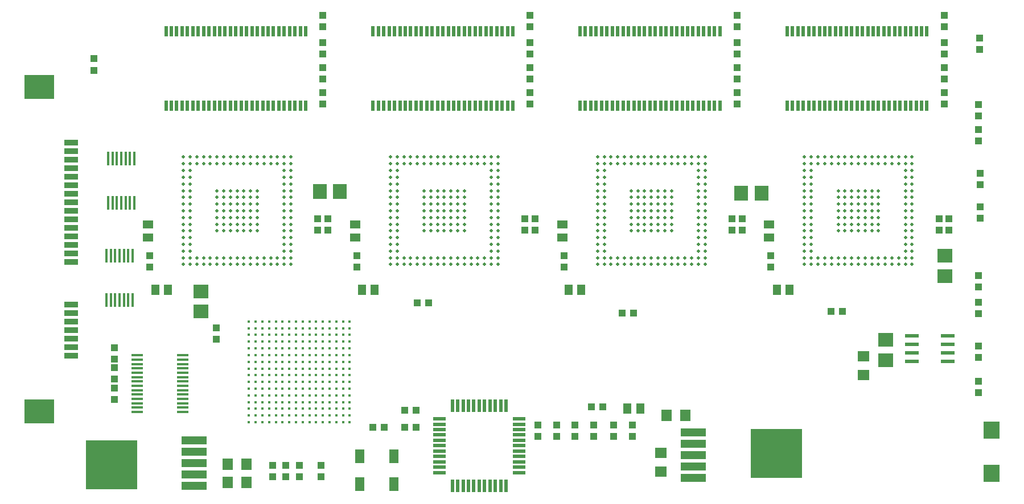
<source format=gtp>
%FSLAX24Y24*%
%MOIN*%
G70*
G01*
G75*
G04 Layer_Color=8421504*
G04 Layer_Color=8421504*
%ADD10C,0.0400*%
%ADD11R,0.0866X0.0787*%
%ADD12R,0.0787X0.0866*%
%ADD13R,0.0945X0.1024*%
%ADD14R,0.0630X0.0709*%
%ADD15R,0.0709X0.0630*%
%ADD16R,0.1500X0.0500*%
%ADD17C,0.0177*%
%ADD18R,0.0433X0.0394*%
%ADD19R,0.0394X0.0433*%
%ADD20R,0.0512X0.0630*%
%ADD21C,0.0197*%
%ADD22R,0.0669X0.0177*%
%ADD23R,0.0669X0.0177*%
%ADD24R,0.0197X0.0591*%
%ADD25R,0.0630X0.0512*%
%ADD26R,0.3000X0.2900*%
%ADD27R,0.0748X0.0197*%
%ADD28R,0.0197X0.0748*%
%ADD29R,0.0551X0.0787*%
%ADD30R,0.1732X0.1441*%
%ADD31R,0.0827X0.0354*%
%ADD32R,0.0827X0.0354*%
%ADD33R,0.0807X0.0236*%
%ADD34R,0.0157X0.0846*%
%ADD35C,0.0160*%
%ADD36C,0.0070*%
%ADD37C,0.0090*%
%ADD38C,0.0060*%
%ADD39C,0.0120*%
%ADD40C,0.0100*%
%ADD41C,0.0080*%
%ADD42C,0.0300*%
%ADD43C,0.0250*%
%ADD44R,0.0591X0.0591*%
%ADD45C,0.0591*%
%ADD46C,0.0800*%
%ADD47C,0.0600*%
%ADD48C,0.1732*%
%ADD49C,0.1732*%
%ADD50C,0.0200*%
%ADD51C,0.0212*%
%ADD52C,0.0240*%
%ADD53C,0.0350*%
%ADD54R,0.0276X0.0354*%
%ADD55R,0.0354X0.0276*%
%ADD56C,0.0140*%
%ADD57C,0.0098*%
%ADD58C,0.0079*%
%ADD59C,0.0200*%
%ADD60C,0.0050*%
D11*
X74134Y44606D02*
D03*
Y43425D02*
D03*
X30551Y42520D02*
D03*
Y41339D02*
D03*
X70669Y39665D02*
D03*
Y38484D02*
D03*
D12*
X63386Y48268D02*
D03*
X62205D02*
D03*
X37520Y48386D02*
D03*
X38701D02*
D03*
D13*
X76850Y34370D02*
D03*
Y31850D02*
D03*
D14*
X33228Y32382D02*
D03*
X32126D02*
D03*
X33228Y31299D02*
D03*
X32126D02*
D03*
X57815Y35236D02*
D03*
X58917D02*
D03*
D15*
X57480Y33031D02*
D03*
Y31929D02*
D03*
X69370Y37598D02*
D03*
Y38701D02*
D03*
D16*
X59404Y31572D02*
D03*
Y32242D02*
D03*
Y32912D02*
D03*
Y33582D02*
D03*
Y34252D02*
D03*
X30163Y33782D02*
D03*
Y33112D02*
D03*
Y32442D02*
D03*
Y31772D02*
D03*
Y31102D02*
D03*
D17*
X36516Y34843D02*
D03*
X36909D02*
D03*
X38484D02*
D03*
X38091D02*
D03*
X37697D02*
D03*
X33366Y40748D02*
D03*
Y40354D02*
D03*
Y39961D02*
D03*
Y39567D02*
D03*
Y39173D02*
D03*
Y38780D02*
D03*
Y38386D02*
D03*
Y37992D02*
D03*
Y37598D02*
D03*
Y37205D02*
D03*
Y36811D02*
D03*
Y36417D02*
D03*
Y36024D02*
D03*
Y35630D02*
D03*
Y35236D02*
D03*
Y34843D02*
D03*
X33760Y40748D02*
D03*
Y40354D02*
D03*
Y39961D02*
D03*
Y39567D02*
D03*
Y39173D02*
D03*
Y38780D02*
D03*
Y38386D02*
D03*
Y37992D02*
D03*
Y37598D02*
D03*
Y37205D02*
D03*
Y36811D02*
D03*
Y36417D02*
D03*
Y36024D02*
D03*
Y35630D02*
D03*
Y35236D02*
D03*
Y34843D02*
D03*
X34154Y40748D02*
D03*
Y40354D02*
D03*
Y39961D02*
D03*
Y39567D02*
D03*
Y39173D02*
D03*
Y38780D02*
D03*
Y38386D02*
D03*
Y37992D02*
D03*
Y37598D02*
D03*
Y37205D02*
D03*
Y36811D02*
D03*
Y36417D02*
D03*
Y36024D02*
D03*
Y35630D02*
D03*
Y35236D02*
D03*
Y34843D02*
D03*
X34547Y40748D02*
D03*
Y40354D02*
D03*
Y39961D02*
D03*
Y39567D02*
D03*
Y39173D02*
D03*
Y38780D02*
D03*
Y38386D02*
D03*
Y37992D02*
D03*
Y37598D02*
D03*
Y37205D02*
D03*
Y36811D02*
D03*
Y36417D02*
D03*
Y36024D02*
D03*
Y35630D02*
D03*
Y35236D02*
D03*
Y34843D02*
D03*
X34941Y40748D02*
D03*
Y40354D02*
D03*
Y39961D02*
D03*
Y39567D02*
D03*
Y39173D02*
D03*
Y38780D02*
D03*
Y38386D02*
D03*
Y37992D02*
D03*
Y37598D02*
D03*
Y37205D02*
D03*
Y36811D02*
D03*
Y36417D02*
D03*
Y36024D02*
D03*
Y35630D02*
D03*
Y35236D02*
D03*
Y34843D02*
D03*
X35335Y40748D02*
D03*
Y40354D02*
D03*
Y39961D02*
D03*
Y39567D02*
D03*
Y39173D02*
D03*
Y38780D02*
D03*
Y38386D02*
D03*
Y37992D02*
D03*
Y37598D02*
D03*
Y37205D02*
D03*
Y36811D02*
D03*
Y36417D02*
D03*
Y36024D02*
D03*
Y35630D02*
D03*
Y35236D02*
D03*
Y34843D02*
D03*
X35728Y40748D02*
D03*
Y40354D02*
D03*
Y39961D02*
D03*
Y39567D02*
D03*
Y39173D02*
D03*
Y38780D02*
D03*
Y38386D02*
D03*
Y37992D02*
D03*
Y37598D02*
D03*
Y37205D02*
D03*
Y36811D02*
D03*
Y36417D02*
D03*
Y36024D02*
D03*
Y35630D02*
D03*
Y35236D02*
D03*
Y34843D02*
D03*
X36122Y40748D02*
D03*
Y40354D02*
D03*
Y39961D02*
D03*
Y39567D02*
D03*
Y39173D02*
D03*
Y38780D02*
D03*
Y38386D02*
D03*
Y37992D02*
D03*
Y37598D02*
D03*
Y37205D02*
D03*
Y36811D02*
D03*
Y36417D02*
D03*
Y36024D02*
D03*
Y35630D02*
D03*
Y35236D02*
D03*
Y34843D02*
D03*
X36516Y40748D02*
D03*
Y40354D02*
D03*
Y39961D02*
D03*
Y39567D02*
D03*
Y39173D02*
D03*
Y38780D02*
D03*
Y38386D02*
D03*
Y37992D02*
D03*
Y37598D02*
D03*
Y37205D02*
D03*
Y36811D02*
D03*
Y36417D02*
D03*
Y36024D02*
D03*
Y35630D02*
D03*
Y35236D02*
D03*
X36909Y40748D02*
D03*
Y40354D02*
D03*
Y39961D02*
D03*
Y39567D02*
D03*
Y39173D02*
D03*
Y38780D02*
D03*
Y38386D02*
D03*
Y37992D02*
D03*
Y37598D02*
D03*
Y37205D02*
D03*
Y36811D02*
D03*
Y36417D02*
D03*
Y36024D02*
D03*
Y35630D02*
D03*
Y35236D02*
D03*
X37303Y40748D02*
D03*
Y40354D02*
D03*
Y39961D02*
D03*
Y39567D02*
D03*
Y39173D02*
D03*
Y38780D02*
D03*
Y38386D02*
D03*
Y37992D02*
D03*
Y37598D02*
D03*
Y37205D02*
D03*
Y36811D02*
D03*
Y36417D02*
D03*
Y36024D02*
D03*
Y35630D02*
D03*
Y35236D02*
D03*
Y34843D02*
D03*
X37697Y40748D02*
D03*
Y40354D02*
D03*
Y39961D02*
D03*
Y39567D02*
D03*
Y39173D02*
D03*
Y38780D02*
D03*
Y38386D02*
D03*
Y37992D02*
D03*
Y37598D02*
D03*
Y37205D02*
D03*
Y36811D02*
D03*
Y36417D02*
D03*
Y36024D02*
D03*
Y35630D02*
D03*
Y35236D02*
D03*
X38091Y40748D02*
D03*
Y40354D02*
D03*
Y39961D02*
D03*
Y39567D02*
D03*
Y39173D02*
D03*
Y38780D02*
D03*
Y38386D02*
D03*
Y37992D02*
D03*
Y37598D02*
D03*
Y37205D02*
D03*
Y36811D02*
D03*
Y36417D02*
D03*
Y36024D02*
D03*
Y35630D02*
D03*
Y35236D02*
D03*
X38484Y40748D02*
D03*
Y40354D02*
D03*
Y39961D02*
D03*
Y39567D02*
D03*
Y39173D02*
D03*
Y38780D02*
D03*
Y38386D02*
D03*
Y37992D02*
D03*
Y37598D02*
D03*
Y37205D02*
D03*
Y36811D02*
D03*
Y36417D02*
D03*
Y36024D02*
D03*
Y35630D02*
D03*
Y35236D02*
D03*
X38878Y40748D02*
D03*
Y40354D02*
D03*
Y39961D02*
D03*
Y39567D02*
D03*
Y39173D02*
D03*
Y38780D02*
D03*
Y38386D02*
D03*
Y37992D02*
D03*
Y37598D02*
D03*
Y37205D02*
D03*
Y36811D02*
D03*
Y36417D02*
D03*
Y36024D02*
D03*
Y35630D02*
D03*
Y35236D02*
D03*
Y34843D02*
D03*
X39272Y40748D02*
D03*
Y40354D02*
D03*
Y39961D02*
D03*
Y39567D02*
D03*
Y39173D02*
D03*
Y38780D02*
D03*
Y38386D02*
D03*
Y37992D02*
D03*
Y37598D02*
D03*
Y37205D02*
D03*
Y36811D02*
D03*
Y36417D02*
D03*
Y36024D02*
D03*
Y35630D02*
D03*
Y35236D02*
D03*
Y34843D02*
D03*
D18*
X53406Y35728D02*
D03*
X54075D02*
D03*
X43150Y35531D02*
D03*
X42480D02*
D03*
X43150Y34547D02*
D03*
X42480D02*
D03*
X41280D02*
D03*
X40610D02*
D03*
X67461Y41339D02*
D03*
X68130D02*
D03*
X55217Y41260D02*
D03*
X55886D02*
D03*
X43209Y41850D02*
D03*
X43878D02*
D03*
D19*
X34744Y32323D02*
D03*
Y31654D02*
D03*
X35531D02*
D03*
X36319D02*
D03*
X37598D02*
D03*
X76142Y57382D02*
D03*
Y56713D02*
D03*
X76083Y36575D02*
D03*
Y37244D02*
D03*
Y38642D02*
D03*
Y39311D02*
D03*
Y41201D02*
D03*
Y41870D02*
D03*
Y43445D02*
D03*
Y42776D02*
D03*
X76181Y46811D02*
D03*
Y47480D02*
D03*
Y48780D02*
D03*
Y49449D02*
D03*
X76083Y51339D02*
D03*
Y52008D02*
D03*
Y53484D02*
D03*
Y52815D02*
D03*
X55807Y34685D02*
D03*
Y34016D02*
D03*
X50295Y34016D02*
D03*
Y34685D02*
D03*
X52461Y34685D02*
D03*
Y34016D02*
D03*
X51378Y34685D02*
D03*
Y34016D02*
D03*
X53543Y34685D02*
D03*
Y34016D02*
D03*
X54724Y34016D02*
D03*
Y34685D02*
D03*
X35531Y32323D02*
D03*
X36319D02*
D03*
X37598D02*
D03*
X24291Y56161D02*
D03*
Y55492D02*
D03*
X25492Y39213D02*
D03*
Y38543D02*
D03*
Y38031D02*
D03*
Y37362D02*
D03*
Y36181D02*
D03*
Y36850D02*
D03*
X31457Y40374D02*
D03*
Y39705D02*
D03*
X74370Y46791D02*
D03*
Y46122D02*
D03*
X62244Y46791D02*
D03*
Y46122D02*
D03*
X50118Y46791D02*
D03*
Y46122D02*
D03*
X37992Y46791D02*
D03*
Y46122D02*
D03*
X63937Y43957D02*
D03*
Y44626D02*
D03*
X51811Y43957D02*
D03*
Y44626D02*
D03*
X39685Y43957D02*
D03*
Y44626D02*
D03*
X27559Y43957D02*
D03*
Y44626D02*
D03*
X74075Y58032D02*
D03*
Y58701D02*
D03*
X61949Y58032D02*
D03*
Y58701D02*
D03*
X49823Y58032D02*
D03*
Y58701D02*
D03*
X37697Y58032D02*
D03*
Y58701D02*
D03*
X74075Y54980D02*
D03*
Y55650D02*
D03*
X61949Y54980D02*
D03*
Y55650D02*
D03*
X49823Y54980D02*
D03*
Y55650D02*
D03*
X37697Y54980D02*
D03*
Y55650D02*
D03*
X74075Y56457D02*
D03*
Y57126D02*
D03*
X61949Y56457D02*
D03*
Y57126D02*
D03*
X49823Y56457D02*
D03*
Y57126D02*
D03*
X37697Y56457D02*
D03*
Y57126D02*
D03*
X74075Y53504D02*
D03*
Y54173D02*
D03*
X61949Y53504D02*
D03*
Y54173D02*
D03*
X49823Y53504D02*
D03*
Y54173D02*
D03*
X37697Y53504D02*
D03*
Y54173D02*
D03*
X73780Y46122D02*
D03*
Y46791D02*
D03*
X61654Y46122D02*
D03*
Y46791D02*
D03*
X49528Y46122D02*
D03*
Y46791D02*
D03*
X37402Y46122D02*
D03*
Y46791D02*
D03*
D20*
X55532Y35630D02*
D03*
X28622Y42618D02*
D03*
X65039D02*
D03*
X52835D02*
D03*
X40728D02*
D03*
X27874D02*
D03*
X64291D02*
D03*
X52087D02*
D03*
X39980D02*
D03*
X56280Y35630D02*
D03*
D21*
X35827Y44094D02*
D03*
X35433D02*
D03*
X35039D02*
D03*
X34646D02*
D03*
X34252D02*
D03*
X33858D02*
D03*
X33465D02*
D03*
X33071D02*
D03*
X32677D02*
D03*
X32283D02*
D03*
X31890D02*
D03*
X31496D02*
D03*
X31102D02*
D03*
X30709D02*
D03*
X30315D02*
D03*
X29921D02*
D03*
X29528D02*
D03*
X35827Y44488D02*
D03*
X35433D02*
D03*
X35039D02*
D03*
X34646D02*
D03*
X34252D02*
D03*
X33858D02*
D03*
X33465D02*
D03*
X33071D02*
D03*
X32677D02*
D03*
X32283D02*
D03*
X31890D02*
D03*
X31496D02*
D03*
X31102D02*
D03*
X30709D02*
D03*
X30315D02*
D03*
X29921D02*
D03*
X29528D02*
D03*
X35827Y44882D02*
D03*
X35433D02*
D03*
X29921D02*
D03*
X29528D02*
D03*
X35827Y45276D02*
D03*
X35433D02*
D03*
X29921D02*
D03*
X29528D02*
D03*
X35827Y45669D02*
D03*
X35433D02*
D03*
X29921D02*
D03*
X29528D02*
D03*
X35827Y46063D02*
D03*
X35433D02*
D03*
X29921D02*
D03*
X29528D02*
D03*
X35827Y46457D02*
D03*
X35433D02*
D03*
X29921D02*
D03*
X29528D02*
D03*
X35827Y46850D02*
D03*
X35433D02*
D03*
X29921D02*
D03*
X29528D02*
D03*
X35827Y47244D02*
D03*
X35433D02*
D03*
X29921D02*
D03*
X29528D02*
D03*
X35827Y47638D02*
D03*
X35433D02*
D03*
X29921D02*
D03*
X29528D02*
D03*
X35827Y48031D02*
D03*
X35433D02*
D03*
X29921D02*
D03*
X29528D02*
D03*
X35827Y48425D02*
D03*
X35433D02*
D03*
X29921D02*
D03*
X29528D02*
D03*
X35827Y48819D02*
D03*
X35433D02*
D03*
X29921D02*
D03*
X29528D02*
D03*
X35827Y49213D02*
D03*
X35433D02*
D03*
X29921D02*
D03*
X29528D02*
D03*
X35827Y49606D02*
D03*
X35433D02*
D03*
X29921D02*
D03*
X29528D02*
D03*
X35827Y50000D02*
D03*
X35433D02*
D03*
X35039D02*
D03*
X34646D02*
D03*
X34252D02*
D03*
X33858D02*
D03*
X33465D02*
D03*
X33071D02*
D03*
X32677D02*
D03*
X32283D02*
D03*
X31890D02*
D03*
X31496D02*
D03*
X31102D02*
D03*
X30709D02*
D03*
X30315D02*
D03*
X29921D02*
D03*
X29528D02*
D03*
X35827Y50394D02*
D03*
X35433D02*
D03*
X35039D02*
D03*
X34646D02*
D03*
X34252D02*
D03*
X33858D02*
D03*
X33465D02*
D03*
X33071D02*
D03*
X32677D02*
D03*
X32283D02*
D03*
X31890D02*
D03*
X31496D02*
D03*
X31102D02*
D03*
X30709D02*
D03*
X30315D02*
D03*
X29921D02*
D03*
X29528D02*
D03*
X31496Y48425D02*
D03*
X31890D02*
D03*
X32283D02*
D03*
X32677D02*
D03*
X33071D02*
D03*
X33465D02*
D03*
X33858D02*
D03*
X31496Y48031D02*
D03*
X31890D02*
D03*
X32283D02*
D03*
X32677D02*
D03*
X33071D02*
D03*
X33465D02*
D03*
X33858D02*
D03*
X31496Y47638D02*
D03*
X31890D02*
D03*
X32283D02*
D03*
X32677D02*
D03*
X33071D02*
D03*
X33465D02*
D03*
X33858D02*
D03*
X31496Y47244D02*
D03*
X31890D02*
D03*
X32283D02*
D03*
X32677D02*
D03*
X33071D02*
D03*
X33465D02*
D03*
X33858D02*
D03*
X31496Y46850D02*
D03*
X31890D02*
D03*
X32283D02*
D03*
X32677D02*
D03*
X33071D02*
D03*
X33465D02*
D03*
X33858D02*
D03*
X31496Y46457D02*
D03*
X31890D02*
D03*
X32283D02*
D03*
X32677D02*
D03*
X33071D02*
D03*
X33465D02*
D03*
X33858D02*
D03*
X31496Y46063D02*
D03*
X31890D02*
D03*
X32283D02*
D03*
X32677D02*
D03*
X33071D02*
D03*
X33465D02*
D03*
X33858D02*
D03*
X70236D02*
D03*
X69843D02*
D03*
X69449D02*
D03*
X69055D02*
D03*
X68661D02*
D03*
X68268D02*
D03*
X67874D02*
D03*
X70236Y46457D02*
D03*
X69843D02*
D03*
X69449D02*
D03*
X69055D02*
D03*
X68661D02*
D03*
X68268D02*
D03*
X67874D02*
D03*
X70236Y46850D02*
D03*
X69843D02*
D03*
X69449D02*
D03*
X69055D02*
D03*
X68661D02*
D03*
X68268D02*
D03*
X67874D02*
D03*
X70236Y47244D02*
D03*
X69843D02*
D03*
X69449D02*
D03*
X69055D02*
D03*
X68661D02*
D03*
X68268D02*
D03*
X67874D02*
D03*
X70236Y47638D02*
D03*
X69843D02*
D03*
X69449D02*
D03*
X69055D02*
D03*
X68661D02*
D03*
X68268D02*
D03*
X67874D02*
D03*
X70236Y48031D02*
D03*
X69843D02*
D03*
X69449D02*
D03*
X69055D02*
D03*
X68661D02*
D03*
X68268D02*
D03*
X67874D02*
D03*
X70236Y48425D02*
D03*
X69843D02*
D03*
X69449D02*
D03*
X69055D02*
D03*
X68661D02*
D03*
X68268D02*
D03*
X67874D02*
D03*
X65905Y50394D02*
D03*
X66299D02*
D03*
X66693D02*
D03*
X67087D02*
D03*
X67480D02*
D03*
X67874D02*
D03*
X68268D02*
D03*
X68661D02*
D03*
X69055D02*
D03*
X69449D02*
D03*
X69843D02*
D03*
X70236D02*
D03*
X70630D02*
D03*
X71024D02*
D03*
X71417D02*
D03*
X71811D02*
D03*
X72205D02*
D03*
X65905Y50000D02*
D03*
X66299D02*
D03*
X66693D02*
D03*
X67087D02*
D03*
X67480D02*
D03*
X67874D02*
D03*
X68268D02*
D03*
X68661D02*
D03*
X69055D02*
D03*
X69449D02*
D03*
X69843D02*
D03*
X70236D02*
D03*
X70630D02*
D03*
X71024D02*
D03*
X71417D02*
D03*
X71811D02*
D03*
X72205D02*
D03*
X65905Y49606D02*
D03*
X66299D02*
D03*
X71811D02*
D03*
X72205D02*
D03*
X65905Y49213D02*
D03*
X66299D02*
D03*
X71811D02*
D03*
X72205D02*
D03*
X65905Y48819D02*
D03*
X66299D02*
D03*
X71811D02*
D03*
X72205D02*
D03*
X65905Y48425D02*
D03*
X66299D02*
D03*
X71811D02*
D03*
X72205D02*
D03*
X65905Y48031D02*
D03*
X66299D02*
D03*
X71811D02*
D03*
X72205D02*
D03*
X65905Y47638D02*
D03*
X66299D02*
D03*
X71811D02*
D03*
X72205D02*
D03*
X65905Y47244D02*
D03*
X66299D02*
D03*
X71811D02*
D03*
X72205D02*
D03*
X65905Y46850D02*
D03*
X66299D02*
D03*
X71811D02*
D03*
X72205D02*
D03*
X65905Y46457D02*
D03*
X66299D02*
D03*
X71811D02*
D03*
X72205D02*
D03*
X65905Y46063D02*
D03*
X66299D02*
D03*
X71811D02*
D03*
X72205D02*
D03*
X65905Y45669D02*
D03*
X66299D02*
D03*
X71811D02*
D03*
X72205D02*
D03*
X65905Y45276D02*
D03*
X66299D02*
D03*
X71811D02*
D03*
X72205D02*
D03*
X65905Y44882D02*
D03*
X66299D02*
D03*
X71811D02*
D03*
X72205D02*
D03*
X65905Y44488D02*
D03*
X66299D02*
D03*
X66693D02*
D03*
X67087D02*
D03*
X67480D02*
D03*
X67874D02*
D03*
X68268D02*
D03*
X68661D02*
D03*
X69055D02*
D03*
X69449D02*
D03*
X69843D02*
D03*
X70236D02*
D03*
X70630D02*
D03*
X71024D02*
D03*
X71417D02*
D03*
X71811D02*
D03*
X72205D02*
D03*
X65905Y44094D02*
D03*
X66299D02*
D03*
X66693D02*
D03*
X67087D02*
D03*
X67480D02*
D03*
X67874D02*
D03*
X68268D02*
D03*
X68661D02*
D03*
X69055D02*
D03*
X69449D02*
D03*
X69843D02*
D03*
X70236D02*
D03*
X70630D02*
D03*
X71024D02*
D03*
X71417D02*
D03*
X71811D02*
D03*
X72205D02*
D03*
X58110Y46063D02*
D03*
X57717D02*
D03*
X57323D02*
D03*
X56929D02*
D03*
X56535D02*
D03*
X56142D02*
D03*
X55748D02*
D03*
X58110Y46457D02*
D03*
X57717D02*
D03*
X57323D02*
D03*
X56929D02*
D03*
X56535D02*
D03*
X56142D02*
D03*
X55748D02*
D03*
X58110Y46850D02*
D03*
X57717D02*
D03*
X57323D02*
D03*
X56929D02*
D03*
X56535D02*
D03*
X56142D02*
D03*
X55748D02*
D03*
X58110Y47244D02*
D03*
X57717D02*
D03*
X57323D02*
D03*
X56929D02*
D03*
X56535D02*
D03*
X56142D02*
D03*
X55748D02*
D03*
X58110Y47638D02*
D03*
X57717D02*
D03*
X57323D02*
D03*
X56929D02*
D03*
X56535D02*
D03*
X56142D02*
D03*
X55748D02*
D03*
X58110Y48031D02*
D03*
X57717D02*
D03*
X57323D02*
D03*
X56929D02*
D03*
X56535D02*
D03*
X56142D02*
D03*
X55748D02*
D03*
X58110Y48425D02*
D03*
X57717D02*
D03*
X57323D02*
D03*
X56929D02*
D03*
X56535D02*
D03*
X56142D02*
D03*
X55748D02*
D03*
X53780Y50394D02*
D03*
X54173D02*
D03*
X54567D02*
D03*
X54961D02*
D03*
X55354D02*
D03*
X55748D02*
D03*
X56142D02*
D03*
X56535D02*
D03*
X56929D02*
D03*
X57323D02*
D03*
X57717D02*
D03*
X58110D02*
D03*
X58504D02*
D03*
X58898D02*
D03*
X59291D02*
D03*
X59685D02*
D03*
X60079D02*
D03*
X53780Y50000D02*
D03*
X54173D02*
D03*
X54567D02*
D03*
X54961D02*
D03*
X55354D02*
D03*
X55748D02*
D03*
X56142D02*
D03*
X56535D02*
D03*
X56929D02*
D03*
X57323D02*
D03*
X57717D02*
D03*
X58110D02*
D03*
X58504D02*
D03*
X58898D02*
D03*
X59291D02*
D03*
X59685D02*
D03*
X60079D02*
D03*
X53780Y49606D02*
D03*
X54173D02*
D03*
X59685D02*
D03*
X60079D02*
D03*
X53780Y49213D02*
D03*
X54173D02*
D03*
X59685D02*
D03*
X60079D02*
D03*
X53780Y48819D02*
D03*
X54173D02*
D03*
X59685D02*
D03*
X60079D02*
D03*
X53780Y48425D02*
D03*
X54173D02*
D03*
X59685D02*
D03*
X60079D02*
D03*
X53780Y48031D02*
D03*
X54173D02*
D03*
X59685D02*
D03*
X60079D02*
D03*
X53780Y47638D02*
D03*
X54173D02*
D03*
X59685D02*
D03*
X60079D02*
D03*
X53780Y47244D02*
D03*
X54173D02*
D03*
X59685D02*
D03*
X60079D02*
D03*
X53780Y46850D02*
D03*
X54173D02*
D03*
X59685D02*
D03*
X60079D02*
D03*
X53780Y46457D02*
D03*
X54173D02*
D03*
X59685D02*
D03*
X60079D02*
D03*
X53780Y46063D02*
D03*
X54173D02*
D03*
X59685D02*
D03*
X60079D02*
D03*
X53780Y45669D02*
D03*
X54173D02*
D03*
X59685D02*
D03*
X60079D02*
D03*
X53780Y45276D02*
D03*
X54173D02*
D03*
X59685D02*
D03*
X60079D02*
D03*
X53780Y44882D02*
D03*
X54173D02*
D03*
X59685D02*
D03*
X60079D02*
D03*
X53780Y44488D02*
D03*
X54173D02*
D03*
X54567D02*
D03*
X54961D02*
D03*
X55354D02*
D03*
X55748D02*
D03*
X56142D02*
D03*
X56535D02*
D03*
X56929D02*
D03*
X57323D02*
D03*
X57717D02*
D03*
X58110D02*
D03*
X58504D02*
D03*
X58898D02*
D03*
X59291D02*
D03*
X59685D02*
D03*
X60079D02*
D03*
X53780Y44094D02*
D03*
X54173D02*
D03*
X54567D02*
D03*
X54961D02*
D03*
X55354D02*
D03*
X55748D02*
D03*
X56142D02*
D03*
X56535D02*
D03*
X56929D02*
D03*
X57323D02*
D03*
X57717D02*
D03*
X58110D02*
D03*
X58504D02*
D03*
X58898D02*
D03*
X59291D02*
D03*
X59685D02*
D03*
X60079D02*
D03*
X47953D02*
D03*
X47559D02*
D03*
X47165D02*
D03*
X46772D02*
D03*
X46378D02*
D03*
X45984D02*
D03*
X45591D02*
D03*
X45197D02*
D03*
X44803D02*
D03*
X44409D02*
D03*
X44016D02*
D03*
X43622D02*
D03*
X43228D02*
D03*
X42835D02*
D03*
X42441D02*
D03*
X42047D02*
D03*
X41654D02*
D03*
X47953Y44488D02*
D03*
X47559D02*
D03*
X47165D02*
D03*
X46772D02*
D03*
X46378D02*
D03*
X45984D02*
D03*
X45591D02*
D03*
X45197D02*
D03*
X44803D02*
D03*
X44409D02*
D03*
X44016D02*
D03*
X43622D02*
D03*
X43228D02*
D03*
X42835D02*
D03*
X42441D02*
D03*
X42047D02*
D03*
X41654D02*
D03*
X47953Y44882D02*
D03*
X47559D02*
D03*
X42047D02*
D03*
X41654D02*
D03*
X47953Y45276D02*
D03*
X47559D02*
D03*
X42047D02*
D03*
X41654D02*
D03*
X47953Y45669D02*
D03*
X47559D02*
D03*
X42047D02*
D03*
X41654D02*
D03*
X47953Y46063D02*
D03*
X47559D02*
D03*
X42047D02*
D03*
X41654D02*
D03*
X47953Y46457D02*
D03*
X47559D02*
D03*
X42047D02*
D03*
X41654D02*
D03*
X47953Y46850D02*
D03*
X47559D02*
D03*
X42047D02*
D03*
X41654D02*
D03*
X47953Y47244D02*
D03*
X47559D02*
D03*
X42047D02*
D03*
X41654D02*
D03*
X47953Y47638D02*
D03*
X47559D02*
D03*
X42047D02*
D03*
X41654D02*
D03*
X47953Y48031D02*
D03*
X47559D02*
D03*
X42047D02*
D03*
X41654D02*
D03*
X47953Y48425D02*
D03*
X47559D02*
D03*
X42047D02*
D03*
X41654D02*
D03*
X47953Y48819D02*
D03*
X47559D02*
D03*
X42047D02*
D03*
X41654D02*
D03*
X47953Y49213D02*
D03*
X47559D02*
D03*
X42047D02*
D03*
X41654D02*
D03*
X47953Y49606D02*
D03*
X47559D02*
D03*
X42047D02*
D03*
X41654D02*
D03*
X47953Y50000D02*
D03*
X47559D02*
D03*
X47165D02*
D03*
X46772D02*
D03*
X46378D02*
D03*
X45984D02*
D03*
X45591D02*
D03*
X45197D02*
D03*
X44803D02*
D03*
X44409D02*
D03*
X44016D02*
D03*
X43622D02*
D03*
X43228D02*
D03*
X42835D02*
D03*
X42441D02*
D03*
X42047D02*
D03*
X41654D02*
D03*
X47953Y50394D02*
D03*
X47559D02*
D03*
X47165D02*
D03*
X46772D02*
D03*
X46378D02*
D03*
X45984D02*
D03*
X45591D02*
D03*
X45197D02*
D03*
X44803D02*
D03*
X44409D02*
D03*
X44016D02*
D03*
X43622D02*
D03*
X43228D02*
D03*
X42835D02*
D03*
X42441D02*
D03*
X42047D02*
D03*
X41654D02*
D03*
X43622Y48425D02*
D03*
X44016D02*
D03*
X44409D02*
D03*
X44803D02*
D03*
X45197D02*
D03*
X45591D02*
D03*
X45984D02*
D03*
X43622Y48031D02*
D03*
X44016D02*
D03*
X44409D02*
D03*
X44803D02*
D03*
X45197D02*
D03*
X45591D02*
D03*
X45984D02*
D03*
X43622Y47638D02*
D03*
X44016D02*
D03*
X44409D02*
D03*
X44803D02*
D03*
X45197D02*
D03*
X45591D02*
D03*
X45984D02*
D03*
X43622Y47244D02*
D03*
X44016D02*
D03*
X44409D02*
D03*
X44803D02*
D03*
X45197D02*
D03*
X45591D02*
D03*
X45984D02*
D03*
X43622Y46850D02*
D03*
X44016D02*
D03*
X44409D02*
D03*
X44803D02*
D03*
X45197D02*
D03*
X45591D02*
D03*
X45984D02*
D03*
X43622Y46457D02*
D03*
X44016D02*
D03*
X44409D02*
D03*
X44803D02*
D03*
X45197D02*
D03*
X45591D02*
D03*
X45984D02*
D03*
X43622Y46063D02*
D03*
X44016D02*
D03*
X44409D02*
D03*
X44803D02*
D03*
X45197D02*
D03*
X45591D02*
D03*
X45984D02*
D03*
D22*
X26811Y36467D02*
D03*
Y38514D02*
D03*
Y38258D02*
D03*
Y38002D02*
D03*
Y37746D02*
D03*
Y37490D02*
D03*
Y37234D02*
D03*
Y36978D02*
D03*
Y36722D02*
D03*
Y36211D02*
D03*
Y35955D02*
D03*
Y35699D02*
D03*
Y35443D02*
D03*
X29488Y38770D02*
D03*
Y38514D02*
D03*
Y38258D02*
D03*
Y38002D02*
D03*
Y37746D02*
D03*
Y37490D02*
D03*
Y37234D02*
D03*
Y36978D02*
D03*
Y36722D02*
D03*
Y36467D02*
D03*
Y36211D02*
D03*
Y35955D02*
D03*
Y35699D02*
D03*
Y35443D02*
D03*
D23*
X26811Y38770D02*
D03*
D24*
X30080Y57785D02*
D03*
X28506Y53415D02*
D03*
X28820D02*
D03*
X29135D02*
D03*
X29450D02*
D03*
X29765D02*
D03*
X30080D02*
D03*
X30395D02*
D03*
X30710D02*
D03*
X31025D02*
D03*
X31340D02*
D03*
X31655D02*
D03*
X31970D02*
D03*
X32285D02*
D03*
X32600D02*
D03*
X32915D02*
D03*
X33230D02*
D03*
X33545D02*
D03*
X33860D02*
D03*
X34175D02*
D03*
X34490D02*
D03*
X34805D02*
D03*
X35120D02*
D03*
X35435D02*
D03*
X35750D02*
D03*
X36065D02*
D03*
X36380D02*
D03*
X36694D02*
D03*
X28506Y57785D02*
D03*
X28820D02*
D03*
X29135D02*
D03*
X29450D02*
D03*
X29765D02*
D03*
X30395D02*
D03*
X30710D02*
D03*
X31025D02*
D03*
X31340D02*
D03*
X31655D02*
D03*
X31970D02*
D03*
X32285D02*
D03*
X32600D02*
D03*
X32915D02*
D03*
X33230D02*
D03*
X33545D02*
D03*
X33860D02*
D03*
X34175D02*
D03*
X34490D02*
D03*
X34805D02*
D03*
X35120D02*
D03*
X35435D02*
D03*
X35750D02*
D03*
X36065D02*
D03*
X36380D02*
D03*
X36694D02*
D03*
X73072D02*
D03*
X72757D02*
D03*
X72443D02*
D03*
X72128D02*
D03*
X71813D02*
D03*
X71498D02*
D03*
X71183D02*
D03*
X70868D02*
D03*
X70553D02*
D03*
X70238D02*
D03*
X69923D02*
D03*
X69608D02*
D03*
X69293D02*
D03*
X68978D02*
D03*
X68663D02*
D03*
X68348D02*
D03*
X68033D02*
D03*
X67718D02*
D03*
X67403D02*
D03*
X67088D02*
D03*
X66773D02*
D03*
X66458D02*
D03*
X66143D02*
D03*
X65828D02*
D03*
X65513D02*
D03*
X65198D02*
D03*
X64883D02*
D03*
X73072Y53415D02*
D03*
X72757D02*
D03*
X72443D02*
D03*
X72128D02*
D03*
X71813D02*
D03*
X71498D02*
D03*
X71183D02*
D03*
X70868D02*
D03*
X70553D02*
D03*
X70238D02*
D03*
X69923D02*
D03*
X69608D02*
D03*
X69293D02*
D03*
X68978D02*
D03*
X68663D02*
D03*
X68348D02*
D03*
X68033D02*
D03*
X67718D02*
D03*
X67403D02*
D03*
X67088D02*
D03*
X66773D02*
D03*
X66458D02*
D03*
X66143D02*
D03*
X65828D02*
D03*
X65513D02*
D03*
X65198D02*
D03*
X64883D02*
D03*
X60946Y57785D02*
D03*
X60631D02*
D03*
X60317D02*
D03*
X60002D02*
D03*
X59687D02*
D03*
X59372D02*
D03*
X59057D02*
D03*
X58742D02*
D03*
X58427D02*
D03*
X58112D02*
D03*
X57797D02*
D03*
X57482D02*
D03*
X57167D02*
D03*
X56852D02*
D03*
X56537D02*
D03*
X56222D02*
D03*
X55907D02*
D03*
X55592D02*
D03*
X55277D02*
D03*
X54962D02*
D03*
X54647D02*
D03*
X54332D02*
D03*
X54017D02*
D03*
X53702D02*
D03*
X53387D02*
D03*
X53072D02*
D03*
X52757D02*
D03*
X60946Y53415D02*
D03*
X60631D02*
D03*
X60317D02*
D03*
X60002D02*
D03*
X59687D02*
D03*
X59372D02*
D03*
X59057D02*
D03*
X58742D02*
D03*
X58427D02*
D03*
X58112D02*
D03*
X57797D02*
D03*
X57482D02*
D03*
X57167D02*
D03*
X56852D02*
D03*
X56537D02*
D03*
X56222D02*
D03*
X55907D02*
D03*
X55592D02*
D03*
X55277D02*
D03*
X54962D02*
D03*
X54647D02*
D03*
X54332D02*
D03*
X54017D02*
D03*
X53702D02*
D03*
X53387D02*
D03*
X53072D02*
D03*
X52757D02*
D03*
X40631D02*
D03*
X40946D02*
D03*
X41261D02*
D03*
X41576D02*
D03*
X41891D02*
D03*
X42206D02*
D03*
X42521D02*
D03*
X42836D02*
D03*
X43151D02*
D03*
X43466D02*
D03*
X43781D02*
D03*
X44096D02*
D03*
X44411D02*
D03*
X44726D02*
D03*
X45041D02*
D03*
X45356D02*
D03*
X45671D02*
D03*
X45986D02*
D03*
X46301D02*
D03*
X46616D02*
D03*
X46931D02*
D03*
X47246D02*
D03*
X47561D02*
D03*
X47876D02*
D03*
X48191D02*
D03*
X48506D02*
D03*
X48820D02*
D03*
X40631Y57785D02*
D03*
X40946D02*
D03*
X41261D02*
D03*
X41576D02*
D03*
X41891D02*
D03*
X42206D02*
D03*
X42521D02*
D03*
X42836D02*
D03*
X43151D02*
D03*
X43466D02*
D03*
X43781D02*
D03*
X44096D02*
D03*
X44411D02*
D03*
X44726D02*
D03*
X45041D02*
D03*
X45356D02*
D03*
X45671D02*
D03*
X45986D02*
D03*
X46301D02*
D03*
X46616D02*
D03*
X46931D02*
D03*
X47246D02*
D03*
X47561D02*
D03*
X47876D02*
D03*
X48191D02*
D03*
X48506D02*
D03*
X48820D02*
D03*
D25*
X63839Y45689D02*
D03*
Y46437D02*
D03*
X51713Y45689D02*
D03*
Y46437D02*
D03*
X27461Y45689D02*
D03*
Y46437D02*
D03*
X39587D02*
D03*
Y45689D02*
D03*
D26*
X64254Y33002D02*
D03*
X25313Y32352D02*
D03*
D27*
X44508Y35039D02*
D03*
Y34724D02*
D03*
Y34409D02*
D03*
Y34094D02*
D03*
Y33780D02*
D03*
Y33465D02*
D03*
Y33150D02*
D03*
Y32835D02*
D03*
Y32520D02*
D03*
Y32205D02*
D03*
Y31890D02*
D03*
X49193Y35039D02*
D03*
Y34724D02*
D03*
Y34409D02*
D03*
Y34094D02*
D03*
Y33780D02*
D03*
Y33465D02*
D03*
Y33150D02*
D03*
Y32835D02*
D03*
Y32520D02*
D03*
Y32205D02*
D03*
Y31890D02*
D03*
D28*
X45276Y31122D02*
D03*
X45591D02*
D03*
X45906D02*
D03*
X46220D02*
D03*
X46535D02*
D03*
X46850D02*
D03*
X47165D02*
D03*
X47480D02*
D03*
X47795D02*
D03*
X48110D02*
D03*
X48425D02*
D03*
X45276Y35807D02*
D03*
X45591D02*
D03*
X45906D02*
D03*
X46220D02*
D03*
X46535D02*
D03*
X46850D02*
D03*
X47165D02*
D03*
X47480D02*
D03*
X47795D02*
D03*
X48110D02*
D03*
X48425D02*
D03*
D29*
X39862Y32854D02*
D03*
X41862D02*
D03*
Y31201D02*
D03*
X39862D02*
D03*
D30*
X21083Y35492D02*
D03*
Y54508D02*
D03*
D31*
X22972Y38750D02*
D03*
Y39250D02*
D03*
Y39750D02*
D03*
Y40250D02*
D03*
Y40750D02*
D03*
Y41250D02*
D03*
Y41750D02*
D03*
D32*
Y51250D02*
D03*
Y50750D02*
D03*
Y50250D02*
D03*
Y49750D02*
D03*
Y49250D02*
D03*
Y48750D02*
D03*
Y48250D02*
D03*
Y47750D02*
D03*
Y47250D02*
D03*
Y46750D02*
D03*
Y46250D02*
D03*
Y45750D02*
D03*
Y45250D02*
D03*
Y44750D02*
D03*
Y44250D02*
D03*
D33*
X72175Y39923D02*
D03*
Y39423D02*
D03*
Y38923D02*
D03*
Y38423D02*
D03*
X74282Y39923D02*
D03*
Y39423D02*
D03*
Y38923D02*
D03*
Y38423D02*
D03*
D34*
X25118Y47726D02*
D03*
X25374D02*
D03*
X25630D02*
D03*
X25886D02*
D03*
X26142D02*
D03*
X26398D02*
D03*
X26654D02*
D03*
X25118Y50305D02*
D03*
X25374D02*
D03*
X25630D02*
D03*
X25886D02*
D03*
X26142D02*
D03*
X26398D02*
D03*
X26654D02*
D03*
X25020Y42018D02*
D03*
X25276D02*
D03*
X25531D02*
D03*
X25787D02*
D03*
X26043D02*
D03*
X26299D02*
D03*
X26555D02*
D03*
X25020Y44596D02*
D03*
X25276D02*
D03*
X25531D02*
D03*
X25787D02*
D03*
X26043D02*
D03*
X26299D02*
D03*
X26555D02*
D03*
M02*

</source>
